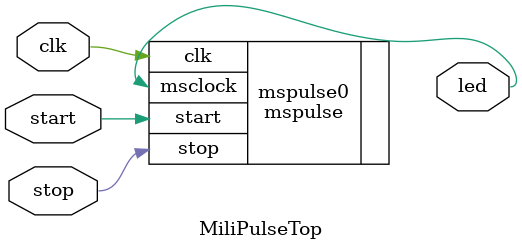
<source format=v>
`timescale 1ns / 1ps
module MiliPulseTop(clk, start, stop, led);
	 input clk, start, stop;
    output led;
	 
	 mspulse mspulse0 (
		.clk(clk),
		.start(start),
		.stop(stop),
		.msclock(led)
	 );

endmodule

</source>
